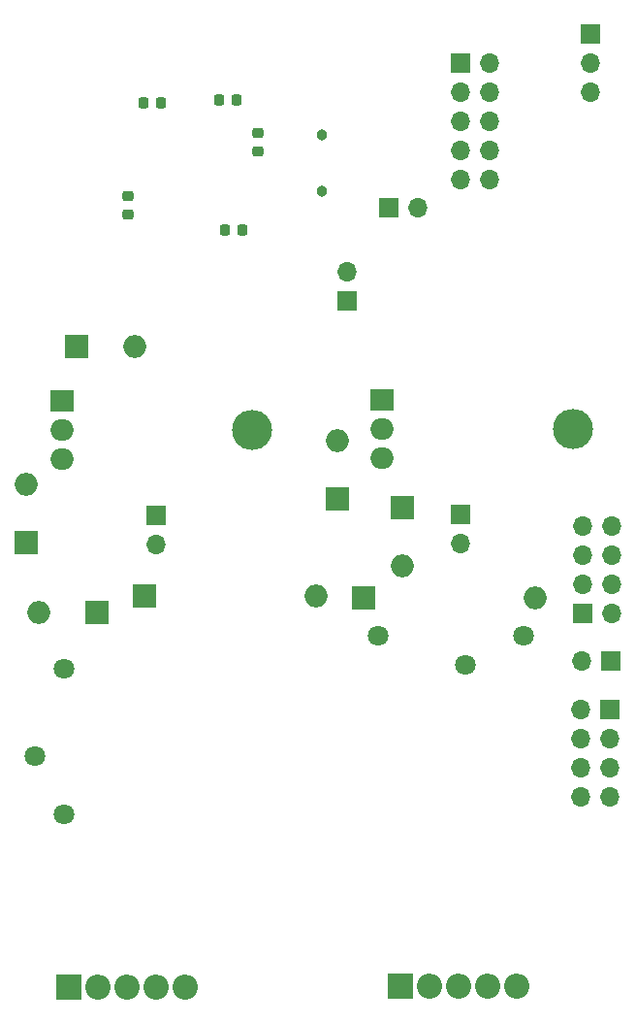
<source format=gbs>
G04 #@! TF.GenerationSoftware,KiCad,Pcbnew,7.0.8-7.0.8~ubuntu22.04.1*
G04 #@! TF.CreationDate,2024-01-26T15:30:58+01:00*
G04 #@! TF.ProjectId,hand,68616e64-2e6b-4696-9361-645f70636258,rev?*
G04 #@! TF.SameCoordinates,Original*
G04 #@! TF.FileFunction,Soldermask,Bot*
G04 #@! TF.FilePolarity,Negative*
%FSLAX46Y46*%
G04 Gerber Fmt 4.6, Leading zero omitted, Abs format (unit mm)*
G04 Created by KiCad (PCBNEW 7.0.8-7.0.8~ubuntu22.04.1) date 2024-01-26 15:30:58*
%MOMM*%
%LPD*%
G01*
G04 APERTURE LIST*
G04 Aperture macros list*
%AMRoundRect*
0 Rectangle with rounded corners*
0 $1 Rounding radius*
0 $2 $3 $4 $5 $6 $7 $8 $9 X,Y pos of 4 corners*
0 Add a 4 corners polygon primitive as box body*
4,1,4,$2,$3,$4,$5,$6,$7,$8,$9,$2,$3,0*
0 Add four circle primitives for the rounded corners*
1,1,$1+$1,$2,$3*
1,1,$1+$1,$4,$5*
1,1,$1+$1,$6,$7*
1,1,$1+$1,$8,$9*
0 Add four rect primitives between the rounded corners*
20,1,$1+$1,$2,$3,$4,$5,0*
20,1,$1+$1,$4,$5,$6,$7,0*
20,1,$1+$1,$6,$7,$8,$9,0*
20,1,$1+$1,$8,$9,$2,$3,0*%
G04 Aperture macros list end*
%ADD10R,2.000000X2.000000*%
%ADD11O,2.000000X2.000000*%
%ADD12O,3.500000X3.500000*%
%ADD13R,2.000000X1.905000*%
%ADD14O,2.000000X1.905000*%
%ADD15C,1.800000*%
%ADD16R,2.200000X2.200000*%
%ADD17O,2.200000X2.200000*%
%ADD18C,0.965200*%
%ADD19R,1.700000X1.700000*%
%ADD20O,1.700000X1.700000*%
%ADD21C,2.200000*%
%ADD22RoundRect,0.225000X-0.225000X-0.250000X0.225000X-0.250000X0.225000X0.250000X-0.225000X0.250000X0*%
%ADD23RoundRect,0.225000X0.225000X0.250000X-0.225000X0.250000X-0.225000X-0.250000X0.225000X-0.250000X0*%
%ADD24RoundRect,0.225000X0.250000X-0.225000X0.250000X0.225000X-0.250000X0.225000X-0.250000X-0.225000X0*%
%ADD25RoundRect,0.225000X-0.250000X0.225000X-0.250000X-0.225000X0.250000X-0.225000X0.250000X0.225000X0*%
G04 APERTURE END LIST*
D10*
X27725000Y-65141460D03*
D11*
X27725000Y-60061460D03*
D10*
X32100000Y-48061460D03*
D11*
X37180000Y-48061460D03*
D12*
X75455000Y-55261460D03*
D13*
X58795000Y-52721460D03*
D14*
X58795000Y-55261460D03*
X58795000Y-57801460D03*
D15*
X31000000Y-88836460D03*
X28460000Y-83756460D03*
X31000000Y-76136460D03*
D16*
X31410000Y-103911460D03*
D17*
X33950000Y-103911460D03*
X36490000Y-103911460D03*
X39030000Y-103911460D03*
X41570000Y-103911460D03*
D12*
X47455000Y-55361460D03*
D13*
X30795000Y-52821460D03*
D14*
X30795000Y-55361460D03*
X30795000Y-57901460D03*
D10*
X54825000Y-61301460D03*
D11*
X54825000Y-56221460D03*
D18*
X53525000Y-34461460D03*
X53525000Y-29581459D03*
D19*
X55725000Y-44061460D03*
D20*
X55725000Y-41521460D03*
D19*
X65650000Y-62686460D03*
D20*
X65650000Y-65226460D03*
D15*
X71125000Y-73261460D03*
X66045000Y-75801460D03*
X58425000Y-73261460D03*
D19*
X65660000Y-23281460D03*
D20*
X68200000Y-23281460D03*
X65660000Y-25821460D03*
X68200000Y-25821460D03*
X65660000Y-28361460D03*
X68200000Y-28361460D03*
X65660000Y-30901460D03*
X68200000Y-30901460D03*
X65660000Y-33441460D03*
X68200000Y-33441460D03*
D10*
X60525000Y-62121460D03*
D11*
X60525000Y-67201460D03*
D19*
X39050000Y-62786460D03*
D20*
X39050000Y-65326460D03*
D16*
X60330000Y-103811460D03*
D17*
X62870000Y-103811460D03*
X65410000Y-103811460D03*
X67950000Y-103811460D03*
X70490000Y-103811460D03*
D21*
X47450000Y-55311460D03*
X75450000Y-55311460D03*
D19*
X59325000Y-35961460D03*
D20*
X61865000Y-35961460D03*
D22*
X45025000Y-37911460D03*
X46575000Y-37911460D03*
D19*
X76250000Y-71361460D03*
D20*
X78790000Y-71361460D03*
X76250000Y-68821460D03*
X78790000Y-68821460D03*
X76250000Y-66281460D03*
X78790000Y-66281460D03*
X76250000Y-63741460D03*
X78790000Y-63741460D03*
D19*
X78665000Y-79681460D03*
D20*
X76125000Y-79681460D03*
X78665000Y-82221460D03*
X76125000Y-82221460D03*
X78665000Y-84761460D03*
X76125000Y-84761460D03*
X78665000Y-87301460D03*
X76125000Y-87301460D03*
D19*
X76925000Y-20761460D03*
D20*
X76925000Y-23301460D03*
X76925000Y-25841460D03*
D23*
X46075000Y-26511460D03*
X44525000Y-26511460D03*
D10*
X38025000Y-69761460D03*
D11*
X53025000Y-69761460D03*
D10*
X33865000Y-71261460D03*
D11*
X28785000Y-71261460D03*
D24*
X47900000Y-30986460D03*
X47900000Y-29436460D03*
D19*
X78700000Y-75461460D03*
D20*
X76160000Y-75461460D03*
D10*
X57125000Y-69961460D03*
D11*
X72125000Y-69961460D03*
D25*
X36600000Y-34936460D03*
X36600000Y-36486460D03*
D23*
X39475000Y-26811460D03*
X37925000Y-26811460D03*
M02*

</source>
